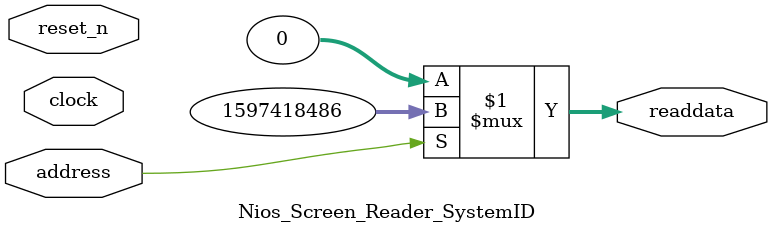
<source format=v>



// synthesis translate_off
`timescale 1ns / 1ps
// synthesis translate_on

// turn off superfluous verilog processor warnings 
// altera message_level Level1 
// altera message_off 10034 10035 10036 10037 10230 10240 10030 

module Nios_Screen_Reader_SystemID (
               // inputs:
                address,
                clock,
                reset_n,

               // outputs:
                readdata
             )
;

  output  [ 31: 0] readdata;
  input            address;
  input            clock;
  input            reset_n;

  wire    [ 31: 0] readdata;
  //control_slave, which is an e_avalon_slave
  assign readdata = address ? 1597418486 : 0;

endmodule



</source>
